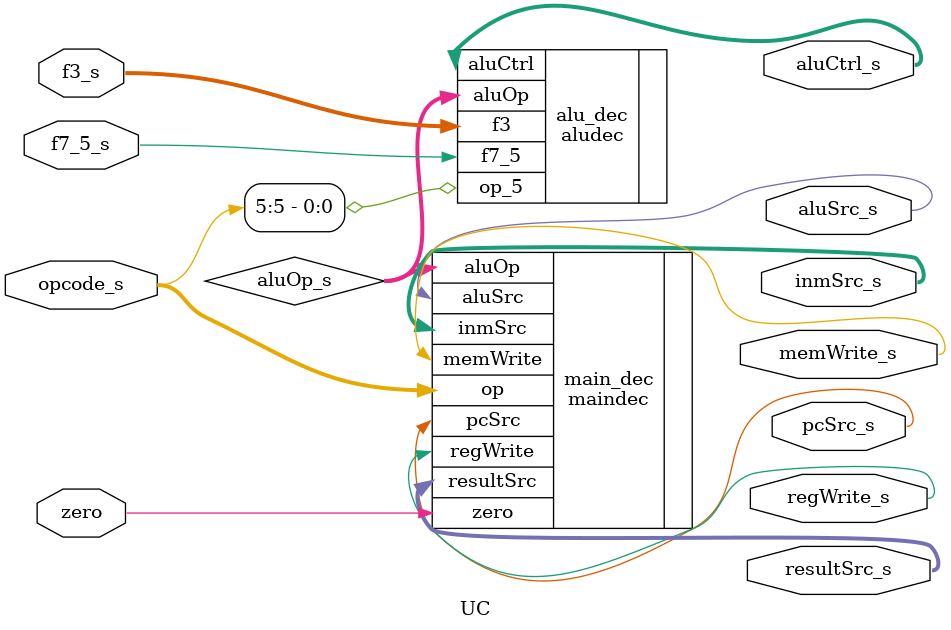
<source format=v>
module UC (
    input wire [6:0] opcode_s,
    input wire [2:0] f3_s,
    input wire f7_5_s,zero,
    output wire memWrite_s,
    output wire aluSrc_s,
    output wire regWrite_s,
    output wire [1:0] resultSrc_s,
    output wire pcSrc_s,
    output wire [1:0] inmSrc_s,
    output wire [2:0] aluCtrl_s
);

wire [1:0] aluOp_s;

maindec main_dec(
    .op(opcode_s),
    .zero(zero),
    .memWrite(memWrite_s),
    .aluSrc(aluSrc_s),
    .regWrite(regWrite_s),
    .resultSrc(resultSrc_s),
    .pcSrc(pcSrc_s),
    .inmSrc(inmSrc_s),
    .aluOp(aluOp_s)
);

aludec alu_dec(
    .op_5(opcode_s[5]), //o opcode_s[4] ?????
    .f7_5(f7_5_s),
    .f3(f3_s),
    .aluOp(aluOp_s),
    .aluCtrl(aluCtrl_s)
);

endmodule
</source>
